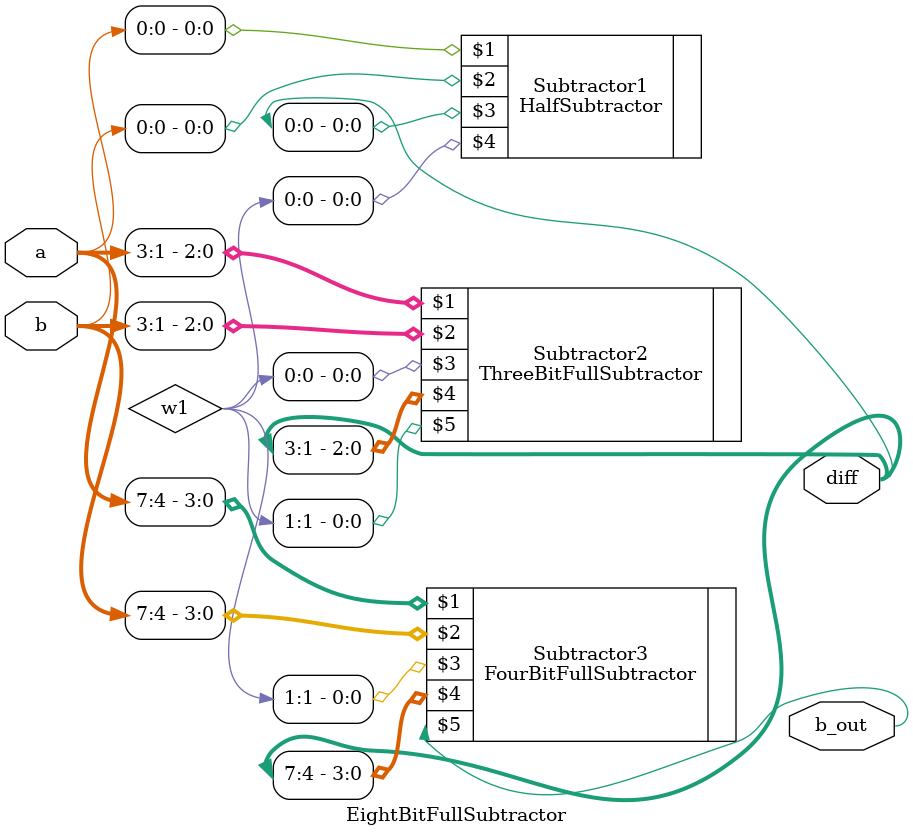
<source format=v>
module EightBitFullSubtractor (
	
	input [7:0] a,
	input [7:0] b,
	
	output [7:0] diff,
	output b_out
	
);

	wire [1:0] w1;
	
	HalfSubtractor Subtractor1 (
		a[0],
		b[0],
		diff[0],
		w1[0]
		);
	
	ThreeBitFullSubtractor Subtractor2 (
		a[3:1],
		b[3:1],
		w1[0],
		diff[3:1],
		w1[1]
		);
	
	FourBitFullSubtractor Subtractor3 (
		a[7:4],
		b[7:4],
		w1[1],
		diff[7:4],
		b_out
		);
	
endmodule

</source>
